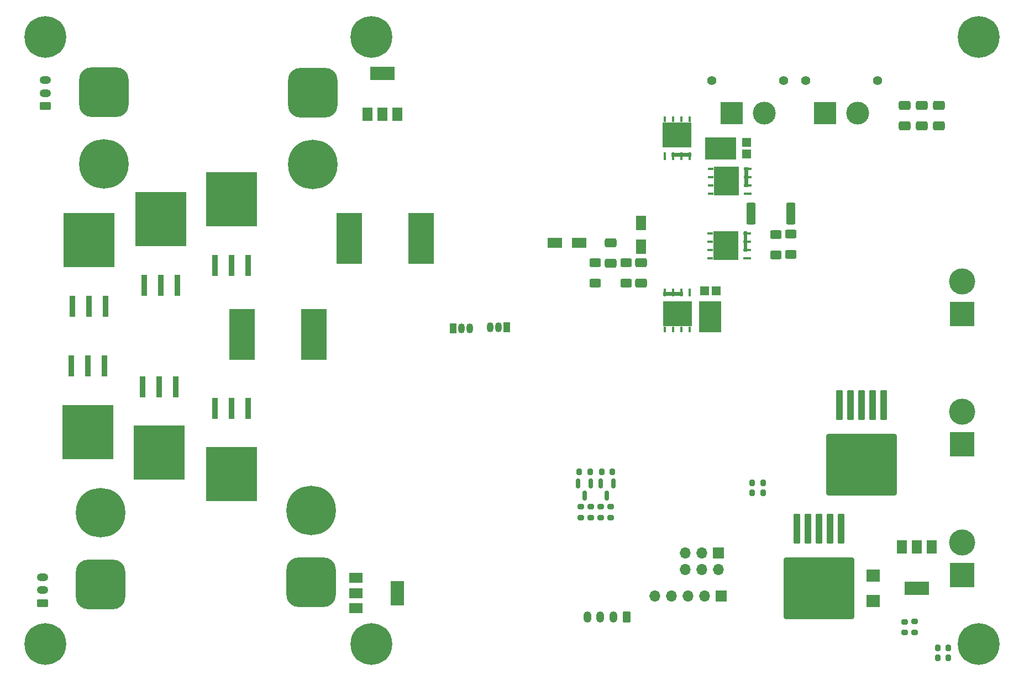
<source format=gbs>
G04 #@! TF.GenerationSoftware,KiCad,Pcbnew,7.0.1*
G04 #@! TF.CreationDate,2023-11-20T20:44:29-08:00*
G04 #@! TF.ProjectId,rps01,72707330-312e-46b6-9963-61645f706362,2*
G04 #@! TF.SameCoordinates,Original*
G04 #@! TF.FileFunction,Soldermask,Bot*
G04 #@! TF.FilePolarity,Negative*
%FSLAX46Y46*%
G04 Gerber Fmt 4.6, Leading zero omitted, Abs format (unit mm)*
G04 Created by KiCad (PCBNEW 7.0.1) date 2023-11-20 20:44:29*
%MOMM*%
%LPD*%
G01*
G04 APERTURE LIST*
G04 Aperture macros list*
%AMRoundRect*
0 Rectangle with rounded corners*
0 $1 Rounding radius*
0 $2 $3 $4 $5 $6 $7 $8 $9 X,Y pos of 4 corners*
0 Add a 4 corners polygon primitive as box body*
4,1,4,$2,$3,$4,$5,$6,$7,$8,$9,$2,$3,0*
0 Add four circle primitives for the rounded corners*
1,1,$1+$1,$2,$3*
1,1,$1+$1,$4,$5*
1,1,$1+$1,$6,$7*
1,1,$1+$1,$8,$9*
0 Add four rect primitives between the rounded corners*
20,1,$1+$1,$2,$3,$4,$5,0*
20,1,$1+$1,$4,$5,$6,$7,0*
20,1,$1+$1,$6,$7,$8,$9,0*
20,1,$1+$1,$8,$9,$2,$3,0*%
G04 Aperture macros list end*
%ADD10R,3.800000X3.800000*%
%ADD11C,4.000000*%
%ADD12RoundRect,1.900000X-1.900000X1.900000X-1.900000X-1.900000X1.900000X-1.900000X1.900000X1.900000X0*%
%ADD13C,7.600000*%
%ADD14R,1.700000X1.700000*%
%ADD15O,1.700000X1.700000*%
%ADD16RoundRect,0.250000X0.625000X-0.350000X0.625000X0.350000X-0.625000X0.350000X-0.625000X-0.350000X0*%
%ADD17O,1.750000X1.200000*%
%ADD18R,1.050000X1.500000*%
%ADD19O,1.050000X1.500000*%
%ADD20C,1.400000*%
%ADD21R,3.500000X3.500000*%
%ADD22C,3.500000*%
%ADD23C,0.800000*%
%ADD24C,6.400000*%
%ADD25RoundRect,1.900000X1.900000X-1.900000X1.900000X1.900000X-1.900000X1.900000X-1.900000X-1.900000X0*%
%ADD26RoundRect,0.250000X0.350000X0.625000X-0.350000X0.625000X-0.350000X-0.625000X0.350000X-0.625000X0*%
%ADD27O,1.200000X1.750000*%
%ADD28R,2.159000X1.955800*%
%ADD29R,2.184400X1.625600*%
%ADD30RoundRect,0.250000X0.650000X-0.412500X0.650000X0.412500X-0.650000X0.412500X-0.650000X-0.412500X0*%
%ADD31R,0.812800X3.251200*%
%ADD32R,7.874000X8.305800*%
%ADD33RoundRect,0.250000X-0.650000X0.412500X-0.650000X-0.412500X0.650000X-0.412500X0.650000X0.412500X0*%
%ADD34R,0.431800X1.143000*%
%ADD35R,0.431800X0.965200*%
%ADD36RoundRect,0.150000X-0.150000X0.587500X-0.150000X-0.587500X0.150000X-0.587500X0.150000X0.587500X0*%
%ADD37RoundRect,0.250000X0.625000X-0.400000X0.625000X0.400000X-0.625000X0.400000X-0.625000X-0.400000X0*%
%ADD38RoundRect,0.200000X0.200000X0.275000X-0.200000X0.275000X-0.200000X-0.275000X0.200000X-0.275000X0*%
%ADD39RoundRect,0.200000X-0.200000X-0.275000X0.200000X-0.275000X0.200000X0.275000X-0.200000X0.275000X0*%
%ADD40R,1.500000X2.000000*%
%ADD41R,3.800000X2.000000*%
%ADD42R,3.360000X4.860000*%
%ADD43R,1.390000X1.400000*%
%ADD44RoundRect,0.200000X0.275000X-0.200000X0.275000X0.200000X-0.275000X0.200000X-0.275000X-0.200000X0*%
%ADD45R,1.625600X2.184400*%
%ADD46R,4.000000X7.800000*%
%ADD47RoundRect,0.249999X-0.450001X-1.425001X0.450001X-1.425001X0.450001X1.425001X-0.450001X1.425001X0*%
%ADD48R,4.860000X3.360000*%
%ADD49R,1.400000X1.390000*%
%ADD50R,1.143000X0.431800*%
%ADD51R,0.965200X0.431800*%
%ADD52RoundRect,0.250000X-0.300000X2.050000X-0.300000X-2.050000X0.300000X-2.050000X0.300000X2.050000X0*%
%ADD53RoundRect,0.250002X-5.149998X4.449998X-5.149998X-4.449998X5.149998X-4.449998X5.149998X4.449998X0*%
%ADD54RoundRect,0.200000X-0.275000X0.200000X-0.275000X-0.200000X0.275000X-0.200000X0.275000X0.200000X0*%
%ADD55R,2.000000X1.500000*%
%ADD56R,2.000000X3.800000*%
G04 APERTURE END LIST*
G36*
X136371700Y-56019400D02*
G01*
X133298300Y-56019400D01*
X133298300Y-55435200D01*
X136371700Y-55435200D01*
X136371700Y-56019400D01*
G37*
G36*
X136397100Y-54597000D02*
G01*
X132002900Y-54597000D01*
X132002900Y-50787000D01*
X136397100Y-50787000D01*
X136397100Y-54597000D01*
G37*
G36*
X144969400Y-70601700D02*
G01*
X144385200Y-70601700D01*
X144385200Y-67528300D01*
X144969400Y-67528300D01*
X144969400Y-70601700D01*
G37*
G36*
X143547000Y-71897100D02*
G01*
X139737000Y-71897100D01*
X139737000Y-67502900D01*
X143547000Y-67502900D01*
X143547000Y-71897100D01*
G37*
G36*
X135146700Y-77419200D02*
G01*
X132073300Y-77419200D01*
X132073300Y-76835000D01*
X135146700Y-76835000D01*
X135146700Y-77419200D01*
G37*
G36*
X136442100Y-82067400D02*
G01*
X132047900Y-82067400D01*
X132047900Y-78257400D01*
X136442100Y-78257400D01*
X136442100Y-82067400D01*
G37*
G36*
X145069400Y-60701700D02*
G01*
X144485200Y-60701700D01*
X144485200Y-57628300D01*
X145069400Y-57628300D01*
X145069400Y-60701700D01*
G37*
G36*
X143647000Y-61997100D02*
G01*
X139837000Y-61997100D01*
X139837000Y-57602900D01*
X143647000Y-57602900D01*
X143647000Y-61997100D01*
G37*
D10*
X177899179Y-80200000D03*
D11*
X177899179Y-75200000D03*
D12*
X46349179Y-46176680D03*
D13*
X46349179Y-57176680D03*
D14*
X140970000Y-123444000D03*
D15*
X138430000Y-123444000D03*
X135890000Y-123444000D03*
X133350000Y-123444000D03*
X130810000Y-123444000D03*
D16*
X37024179Y-124551680D03*
D17*
X37024179Y-122551680D03*
X37024179Y-120551680D03*
D14*
X140550000Y-116860000D03*
D15*
X140550000Y-119400000D03*
X138010000Y-116860000D03*
X138010000Y-119400000D03*
X135470000Y-116860000D03*
X135470000Y-119400000D03*
D18*
X99850000Y-82400000D03*
D19*
X101120000Y-82400000D03*
X102390000Y-82400000D03*
D10*
X177899179Y-120200000D03*
D11*
X177899179Y-115200000D03*
D10*
X177899179Y-100200000D03*
D11*
X177899179Y-95200000D03*
D20*
X139549179Y-44400000D03*
X150549179Y-44400000D03*
D21*
X142549179Y-49400000D03*
D22*
X147549179Y-49400000D03*
D23*
X85000000Y-37700000D03*
X85702944Y-36002944D03*
X85702944Y-39397056D03*
X87400000Y-35300000D03*
D24*
X87400000Y-37700000D03*
D23*
X87400000Y-40100000D03*
X89097056Y-36002944D03*
X89097056Y-39397056D03*
X89800000Y-37700000D03*
D20*
X153874179Y-44350000D03*
X164874179Y-44350000D03*
D21*
X156874179Y-49350000D03*
D22*
X161874179Y-49350000D03*
D25*
X45874179Y-121701680D03*
D13*
X45874179Y-110701680D03*
D23*
X85000000Y-130797056D03*
X85702944Y-129100000D03*
X85702944Y-132494112D03*
X87400000Y-128397056D03*
D24*
X87400000Y-130797056D03*
D23*
X87400000Y-133197056D03*
X89097056Y-129100000D03*
X89097056Y-132494112D03*
X89800000Y-130797056D03*
X35002944Y-130797056D03*
X35705888Y-129100000D03*
X35705888Y-132494112D03*
X37402944Y-128397056D03*
D24*
X37402944Y-130797056D03*
D23*
X37402944Y-133197056D03*
X39100000Y-129100000D03*
X39100000Y-132494112D03*
X39802944Y-130797056D03*
D16*
X37449179Y-48301680D03*
D17*
X37449179Y-46301680D03*
X37449179Y-44301680D03*
D25*
X78124179Y-121301680D03*
D13*
X78124179Y-110301680D03*
D23*
X35000000Y-37700000D03*
X35702944Y-36002944D03*
X35702944Y-39397056D03*
X37400000Y-35300000D03*
D24*
X37400000Y-37700000D03*
D23*
X37400000Y-40100000D03*
X39097056Y-36002944D03*
X39097056Y-39397056D03*
X39800000Y-37700000D03*
D12*
X78399179Y-46276680D03*
D13*
X78399179Y-57276680D03*
D23*
X178000000Y-130802944D03*
X178702944Y-129105888D03*
X178702944Y-132500000D03*
X180400000Y-128402944D03*
D24*
X180400000Y-130802944D03*
D23*
X180400000Y-133202944D03*
X182097056Y-129105888D03*
X182097056Y-132500000D03*
X182800000Y-130802944D03*
X178000000Y-37700000D03*
X178702944Y-36002944D03*
X178702944Y-39397056D03*
X180400000Y-35300000D03*
D24*
X180400000Y-37700000D03*
D23*
X180400000Y-40100000D03*
X182097056Y-36002944D03*
X182097056Y-39397056D03*
X182800000Y-37700000D03*
D26*
X126449179Y-126651680D03*
D27*
X124449179Y-126651680D03*
X122449179Y-126651680D03*
X120449179Y-126651680D03*
D28*
X164250000Y-120313000D03*
X164250000Y-124250000D03*
D29*
X119204200Y-69300000D03*
X115495800Y-69300000D03*
D30*
X124000000Y-72362500D03*
X124000000Y-69237500D03*
D31*
X41359179Y-88153680D03*
X43899179Y-88153680D03*
X46439179Y-88153680D03*
D32*
X43899179Y-98275580D03*
D33*
X169050000Y-48225000D03*
X169050000Y-51350000D03*
D34*
X136105000Y-56006700D03*
X134835000Y-56006700D03*
X133565000Y-56006700D03*
X132295000Y-56006700D03*
D35*
X132295000Y-50304400D03*
X133565000Y-50304400D03*
X134835000Y-50304400D03*
X136105000Y-50304400D03*
D36*
X119050000Y-106150000D03*
X120950000Y-106150000D03*
X120000000Y-108025000D03*
D37*
X121650000Y-75450000D03*
X121650000Y-72350000D03*
D38*
X147350000Y-106060000D03*
X145700000Y-106060000D03*
D39*
X145700000Y-107600000D03*
X147350000Y-107600000D03*
D40*
X91350000Y-49550000D03*
X89050000Y-49550000D03*
X86750000Y-49550000D03*
D41*
X89050000Y-43250000D03*
D42*
X139300000Y-80600000D03*
D43*
X138380000Y-76618000D03*
X140220000Y-76618000D03*
D31*
X57664179Y-75748880D03*
X55124179Y-75748880D03*
X52584179Y-75748880D03*
D32*
X55124179Y-65626980D03*
D44*
X120962500Y-111425000D03*
X120962500Y-109775000D03*
D45*
X128700000Y-69900000D03*
X128700000Y-66191600D03*
D46*
X83996000Y-68580000D03*
X94996000Y-68580000D03*
D31*
X68514179Y-72698880D03*
X65974179Y-72698880D03*
X63434179Y-72698880D03*
D32*
X65974179Y-62576980D03*
D31*
X46639179Y-78999680D03*
X44099179Y-78999680D03*
X41559179Y-78999680D03*
D32*
X44099179Y-68877780D03*
D47*
X145534178Y-64802967D03*
X151634178Y-64802967D03*
D48*
X140900000Y-54750000D03*
D49*
X144882000Y-53830000D03*
X144882000Y-55670000D03*
D39*
X122637500Y-104400000D03*
X124287500Y-104400000D03*
D50*
X144956700Y-67795000D03*
X144956700Y-69065000D03*
X144956700Y-70335000D03*
X144956700Y-71605000D03*
D51*
X139254400Y-71605000D03*
X139254400Y-70335000D03*
X139254400Y-69065000D03*
X139254400Y-67795000D03*
D44*
X119412500Y-111425000D03*
X119412500Y-109775000D03*
D37*
X126400000Y-75450000D03*
X126400000Y-72350000D03*
D44*
X170575000Y-129025000D03*
X170575000Y-127375000D03*
D52*
X159075000Y-94175000D03*
X160775000Y-94175000D03*
X162475000Y-94175000D03*
D53*
X162475000Y-103325000D03*
D52*
X164175000Y-94175000D03*
X165875000Y-94175000D03*
D39*
X174125000Y-131390000D03*
X175775000Y-131390000D03*
D33*
X128700000Y-72345800D03*
X128700000Y-75470800D03*
D54*
X169100000Y-127400000D03*
X169100000Y-129050000D03*
D34*
X132340000Y-76847700D03*
X133610000Y-76847700D03*
X134880000Y-76847700D03*
X136150000Y-76847700D03*
D35*
X136150000Y-82550000D03*
X134880000Y-82550000D03*
X133610000Y-82550000D03*
X132340000Y-82550000D03*
D50*
X145056700Y-57895000D03*
X145056700Y-59165000D03*
X145056700Y-60435000D03*
X145056700Y-61705000D03*
D51*
X139354400Y-61705000D03*
X139354400Y-60435000D03*
X139354400Y-59165000D03*
X139354400Y-57895000D03*
D44*
X124062500Y-111425000D03*
X124062500Y-109775000D03*
D38*
X175775000Y-132950000D03*
X174125000Y-132950000D03*
D31*
X63359179Y-94628680D03*
X65899179Y-94628680D03*
X68439179Y-94628680D03*
D32*
X65899179Y-104750580D03*
D40*
X168599179Y-115926680D03*
X170899179Y-115926680D03*
D41*
X170899179Y-122226680D03*
D40*
X173199179Y-115926680D03*
D33*
X171700000Y-48187500D03*
X171700000Y-51312500D03*
D37*
X151600000Y-71050000D03*
X151600000Y-67950000D03*
D39*
X119200000Y-104400000D03*
X120850000Y-104400000D03*
D52*
X152525000Y-113100000D03*
X154225000Y-113100000D03*
X155925000Y-113100000D03*
D53*
X155925000Y-122250000D03*
D52*
X157625000Y-113100000D03*
X159325000Y-113100000D03*
D44*
X122512500Y-111425000D03*
X122512500Y-109775000D03*
D31*
X52334179Y-91354780D03*
X54874179Y-91354780D03*
X57414179Y-91354780D03*
D32*
X54874179Y-101476680D03*
D55*
X85000000Y-125300000D03*
X85000000Y-123000000D03*
X85000000Y-120700000D03*
D56*
X91300000Y-123000000D03*
D37*
X149300000Y-71100000D03*
X149300000Y-68000000D03*
D36*
X122512500Y-106175000D03*
X124412500Y-106175000D03*
X123462500Y-108050000D03*
D46*
X67524179Y-83351680D03*
X78524179Y-83351680D03*
D18*
X108074179Y-82251680D03*
D19*
X106804179Y-82251680D03*
X105534179Y-82251680D03*
D33*
X174350000Y-48187500D03*
X174350000Y-51312500D03*
M02*

</source>
